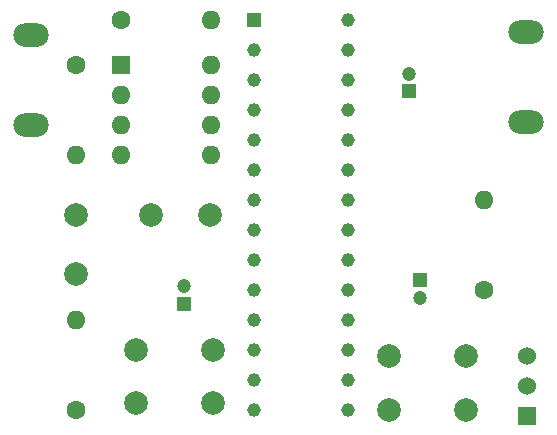
<source format=gbs>
%TF.GenerationSoftware,KiCad,Pcbnew,(5.1.9-0-10_14)*%
%TF.CreationDate,2021-04-15T17:53:14+09:00*%
%TF.ProjectId,RadioExercise,52616469-6f45-4786-9572-636973652e6b,rev?*%
%TF.SameCoordinates,Original*%
%TF.FileFunction,Soldermask,Bot*%
%TF.FilePolarity,Negative*%
%FSLAX46Y46*%
G04 Gerber Fmt 4.6, Leading zero omitted, Abs format (unit mm)*
G04 Created by KiCad (PCBNEW (5.1.9-0-10_14)) date 2021-04-15 17:53:14*
%MOMM*%
%LPD*%
G01*
G04 APERTURE LIST*
%ADD10C,2.000000*%
%ADD11C,1.200000*%
%ADD12R,1.200000X1.200000*%
%ADD13O,1.600000X1.600000*%
%ADD14R,1.600000X1.600000*%
%ADD15C,1.158000*%
%ADD16R,1.158000X1.158000*%
%ADD17O,3.000000X2.000000*%
%ADD18C,1.600000*%
%ADD19C,1.524000*%
%ADD20R,1.524000X1.524000*%
G04 APERTURE END LIST*
D10*
%TO.C,C1*%
X177844000Y-75426000D03*
X177844000Y-70426000D03*
%TD*%
D11*
%TO.C,C2*%
X187000000Y-76500000D03*
D12*
X187000000Y-78000000D03*
%TD*%
%TO.C,C3*%
X207000000Y-76000000D03*
D11*
X207000000Y-77500000D03*
%TD*%
D10*
%TO.C,C4*%
X184194000Y-70426000D03*
X189194000Y-70426000D03*
%TD*%
D11*
%TO.C,C5*%
X206000000Y-58500000D03*
D12*
X206000000Y-60000000D03*
%TD*%
D13*
%TO.C,IC1*%
X189274000Y-57726000D03*
X181654000Y-65346000D03*
X189274000Y-60266000D03*
X181654000Y-62806000D03*
X189274000Y-62806000D03*
X181654000Y-60266000D03*
X189274000Y-65346000D03*
D14*
X181654000Y-57726000D03*
%TD*%
D15*
%TO.C,IC2*%
X200863000Y-53916000D03*
X200863000Y-56456000D03*
X200863000Y-58996000D03*
X200863000Y-61536000D03*
X200863000Y-64076000D03*
X200863000Y-66616000D03*
X200863000Y-69156000D03*
X200863000Y-71696000D03*
X200863000Y-74236000D03*
X200863000Y-76776000D03*
X200863000Y-79316000D03*
X200863000Y-81856000D03*
X200863000Y-84396000D03*
X200863000Y-86936000D03*
X192925000Y-86936000D03*
X192925000Y-84396000D03*
X192925000Y-81856000D03*
X192925000Y-79316000D03*
X192925000Y-76776000D03*
X192925000Y-74236000D03*
X192925000Y-71696000D03*
X192925000Y-69156000D03*
X192925000Y-66616000D03*
X192925000Y-64076000D03*
X192925000Y-61536000D03*
X192925000Y-58996000D03*
X192925000Y-56456000D03*
D16*
X192925000Y-53916000D03*
%TD*%
D17*
%TO.C,J1*%
X215944000Y-62620000D03*
X215944000Y-55000000D03*
%TD*%
%TO.C,LS1*%
X174034000Y-55186000D03*
X174034000Y-62806000D03*
%TD*%
D18*
%TO.C,R2*%
X177844000Y-86936000D03*
D13*
X177844000Y-79316000D03*
%TD*%
%TO.C,R3*%
X212388000Y-69156000D03*
D18*
X212388000Y-76776000D03*
%TD*%
D13*
%TO.C,R4*%
X177844000Y-65346000D03*
D18*
X177844000Y-57726000D03*
%TD*%
%TO.C,R5*%
X181654000Y-53916000D03*
D13*
X189274000Y-53916000D03*
%TD*%
D10*
%TO.C,SW1*%
X189424000Y-81856000D03*
X189424000Y-86356000D03*
X182924000Y-81856000D03*
X182924000Y-86356000D03*
%TD*%
%TO.C,SW2*%
X210864000Y-82436000D03*
X210864000Y-86936000D03*
X204364000Y-82436000D03*
X204364000Y-86936000D03*
%TD*%
D19*
%TO.C,SW5*%
X216000000Y-82364000D03*
X216000000Y-84904000D03*
D20*
X216000000Y-87444000D03*
%TD*%
M02*

</source>
